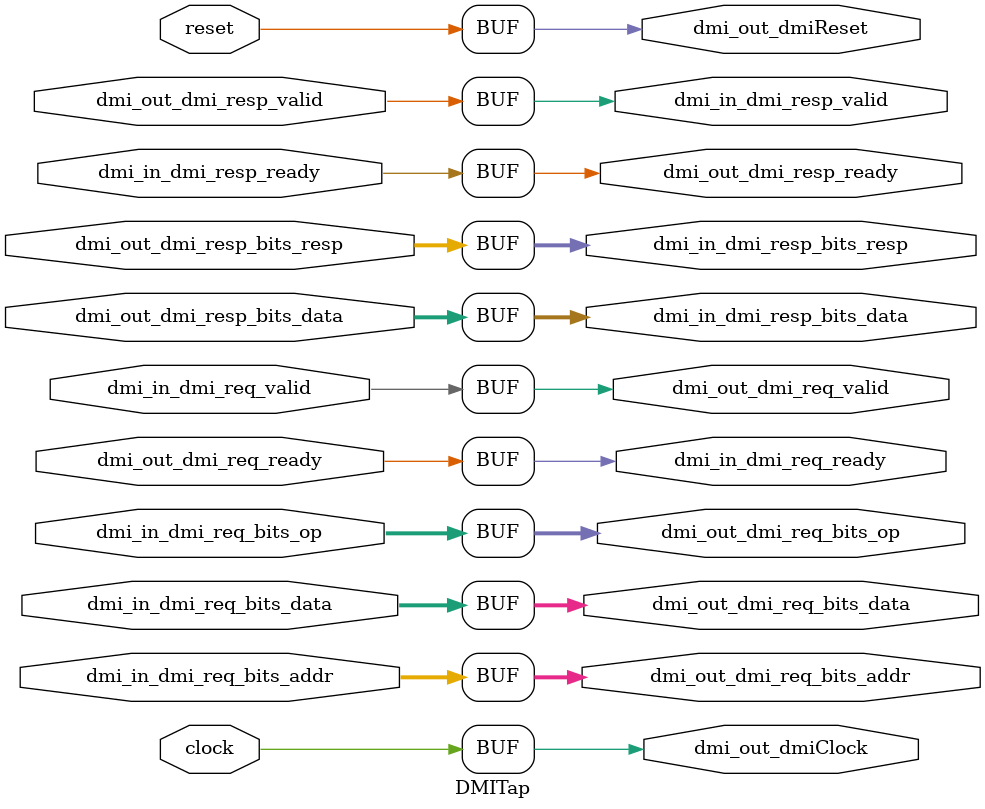
<source format=v>


module DMITap(
   input clock,
   input reset,

  output        dmi_out_dmi_req_valid,
  input         dmi_out_dmi_req_ready,
  output [ 6:0] dmi_out_dmi_req_bits_addr,
  output [ 1:0] dmi_out_dmi_req_bits_op,
  output [31:0] dmi_out_dmi_req_bits_data,

  input         dmi_out_dmi_resp_valid,
  output        dmi_out_dmi_resp_ready,
  input  [ 1:0] dmi_out_dmi_resp_bits_resp,
  input  [31:0] dmi_out_dmi_resp_bits_data,

  input         dmi_in_dmi_req_valid,
  output        dmi_in_dmi_req_ready,
  input  [ 6:0] dmi_in_dmi_req_bits_addr,
  input  [ 1:0] dmi_in_dmi_req_bits_op,
  input  [31:0] dmi_in_dmi_req_bits_data,

  output        dmi_in_dmi_resp_valid,
  input         dmi_in_dmi_resp_ready,
  output [ 1:0] dmi_in_dmi_resp_bits_resp,
  output [31:0] dmi_in_dmi_resp_bits_data,

  output dmi_out_dmiClock,
  output dmi_out_dmiReset
);


assign dmi_out_dmi_req_valid = dmi_in_dmi_req_valid;
assign dmi_out_dmi_req_bits_addr = dmi_in_dmi_req_bits_addr;
assign dmi_out_dmi_req_bits_op = dmi_in_dmi_req_bits_op;
assign dmi_out_dmi_req_bits_data = dmi_in_dmi_req_bits_data;
assign dmi_out_dmi_resp_ready = dmi_in_dmi_resp_ready;
assign dmi_in_dmi_req_ready = dmi_out_dmi_req_ready;
assign dmi_in_dmi_resp_valid = dmi_out_dmi_resp_valid;
assign dmi_in_dmi_resp_bits_resp = dmi_out_dmi_resp_bits_resp;
assign dmi_in_dmi_resp_bits_data = dmi_out_dmi_resp_bits_data;
assign dmi_out_dmiClock = clock;
assign dmi_out_dmiReset = reset;

endmodule

</source>
